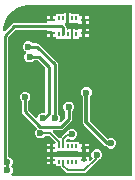
<source format=gbl>
G04*
G04 #@! TF.GenerationSoftware,Altium Limited,Altium Designer,21.6.4 (81)*
G04*
G04 Layer_Physical_Order=4*
G04 Layer_Color=16711680*
%FSLAX44Y44*%
%MOMM*%
G71*
G04*
G04 #@! TF.SameCoordinates,0B448374-6EB3-427F-B8DE-565289E3D6A4*
G04*
G04*
G04 #@! TF.FilePolarity,Positive*
G04*
G01*
G75*
%ADD10C,0.2500*%
%ADD12C,0.1500*%
%ADD40C,0.2540*%
%ADD41C,0.3000*%
%ADD42C,0.6000*%
%ADD43R,0.1800X0.4600*%
%ADD44R,0.4700X0.2600*%
G36*
X20742Y146573D02*
X16584Y144851D01*
X12841Y142350D01*
X9658Y139167D01*
X7158Y135424D01*
X5435Y131265D01*
X4557Y126851D01*
Y125310D01*
X5827Y124784D01*
X12025Y130983D01*
X12935Y131590D01*
X14008Y131804D01*
X41158D01*
Y133500D01*
X45508D01*
Y134500D01*
X46508D01*
Y137800D01*
X49608D01*
Y139600D01*
X56108D01*
Y140100D01*
X58008D01*
Y135800D01*
Y131500D01*
X57205D01*
X56679Y130230D01*
X57391Y129518D01*
X57998Y128609D01*
X58212Y127535D01*
Y126200D01*
X59608D01*
Y126700D01*
X61508D01*
Y122400D01*
Y118100D01*
X59608D01*
Y118600D01*
X49608D01*
Y120400D01*
X46508D01*
Y123700D01*
X45508D01*
Y124700D01*
X41158D01*
Y126196D01*
X15169D01*
X8562Y119588D01*
Y18500D01*
X8903D01*
X10557Y17815D01*
X11823Y16549D01*
X12508Y14895D01*
Y13105D01*
X11823Y11451D01*
X10872Y10500D01*
X11823Y9549D01*
X12508Y7895D01*
Y6105D01*
X11823Y4451D01*
X11191Y3819D01*
X11717Y2549D01*
X113459D01*
Y147451D01*
X25157D01*
X20742Y146573D01*
D02*
G37*
%LPC*%
G36*
X41158Y137800D02*
X44508D01*
Y135500D01*
X41158D01*
Y137800D01*
D02*
G37*
G36*
X73508D02*
X76858D01*
Y135500D01*
X73508D01*
Y137800D01*
D02*
G37*
G36*
X60008Y140100D02*
X61908D01*
Y139600D01*
X68408D01*
Y137800D01*
X71508D01*
Y134500D01*
Y131200D01*
X68158D01*
Y132000D01*
X61908D01*
Y131500D01*
X60008D01*
Y135800D01*
Y140100D01*
D02*
G37*
G36*
X73508Y133500D02*
X76858D01*
Y131200D01*
X73508D01*
Y133500D01*
D02*
G37*
G36*
Y127000D02*
X76858D01*
Y124700D01*
X73508D01*
Y127000D01*
D02*
G37*
G36*
X41158Y122700D02*
X44508D01*
Y120400D01*
X41158D01*
Y122700D01*
D02*
G37*
G36*
X73508D02*
X76858D01*
Y120400D01*
X73508D01*
Y122700D01*
D02*
G37*
G36*
X68158Y127000D02*
X71508D01*
Y123700D01*
Y120400D01*
X68408D01*
Y118600D01*
X65408D01*
Y118100D01*
X63508D01*
Y122400D01*
Y126700D01*
X65408D01*
Y126200D01*
X68158D01*
Y127000D01*
D02*
G37*
G36*
X24987Y116324D02*
X26778D01*
X28431Y115639D01*
X29422Y114649D01*
X33184D01*
X33184Y114649D01*
X34265Y114434D01*
X35181Y113821D01*
X35181Y113821D01*
X50005Y98997D01*
X50617Y98081D01*
X50832Y97000D01*
X50832Y97000D01*
Y54540D01*
X51823Y53549D01*
X52508Y51895D01*
Y50105D01*
X52066Y49038D01*
X52614Y47726D01*
X52744Y47608D01*
X53069Y47543D01*
X57184Y51658D01*
Y57285D01*
X56193Y58275D01*
X55508Y59929D01*
Y61719D01*
X56193Y63373D01*
X57459Y64639D01*
X59113Y65324D01*
X60903D01*
X62557Y64639D01*
X63823Y63373D01*
X64508Y61719D01*
Y59929D01*
X63823Y58275D01*
X62832Y57285D01*
Y50488D01*
X62832Y50488D01*
X62617Y49407D01*
X62005Y48491D01*
X55517Y42003D01*
X55517Y42003D01*
X54601Y41391D01*
X53520Y41176D01*
X53520Y41176D01*
X46968D01*
X46468Y39906D01*
X52009Y34365D01*
X53387Y34783D01*
X53389Y34793D01*
X53886Y35538D01*
X57064Y38716D01*
X57808Y39213D01*
X58609Y39372D01*
X58889Y40049D01*
X60155Y41315D01*
X61809Y42000D01*
X63599D01*
X65253Y41315D01*
X66519Y40049D01*
X67204Y38395D01*
Y36605D01*
X66519Y34951D01*
X65253Y33685D01*
X63599Y33000D01*
X61809D01*
X60155Y33685D01*
X59339Y34502D01*
X57802Y32965D01*
Y31400D01*
X68408D01*
Y29600D01*
X71508D01*
Y26300D01*
Y23000D01*
X68158D01*
Y23800D01*
X49858D01*
Y23000D01*
X46508D01*
Y26300D01*
Y29600D01*
X48489D01*
X49015Y30870D01*
X43542Y36343D01*
X39616D01*
X39511Y36088D01*
X38245Y34823D01*
X36591Y34137D01*
X34801D01*
X33147Y34823D01*
X31881Y36088D01*
X31196Y37742D01*
Y39533D01*
X31881Y41186D01*
X33147Y42452D01*
X33215Y42798D01*
X20990Y55024D01*
X20990Y55024D01*
X20378Y55940D01*
X20163Y57021D01*
Y65481D01*
X19193Y66451D01*
X18508Y68105D01*
Y69895D01*
X19193Y71549D01*
X20459Y72815D01*
X22113Y73500D01*
X23903D01*
X25557Y72815D01*
X26823Y71549D01*
X27508Y69895D01*
Y68105D01*
X26823Y66451D01*
X25811Y65439D01*
Y58191D01*
X32335Y51667D01*
X33624Y52175D01*
X34193Y53549D01*
X35459Y54815D01*
X37113Y55500D01*
X38903D01*
X39181Y55385D01*
X40184Y56388D01*
Y93830D01*
X33838Y100176D01*
X30548D01*
X29557Y99185D01*
X27903Y98500D01*
X26113D01*
X24459Y99185D01*
X23193Y100451D01*
X22508Y102105D01*
Y103895D01*
X23193Y105549D01*
X24002Y106358D01*
X23806Y107808D01*
X23801Y107816D01*
X23333Y108009D01*
X22068Y109275D01*
X21383Y110929D01*
Y112719D01*
X22068Y114373D01*
X23333Y115639D01*
X24987Y116324D01*
D02*
G37*
G36*
X74113Y77500D02*
X75903D01*
X77557Y76815D01*
X78823Y75549D01*
X79508Y73895D01*
Y72105D01*
X78823Y70451D01*
X78067Y69695D01*
Y49267D01*
X93362Y33971D01*
X94744Y34543D01*
X96534D01*
X98188Y33858D01*
X99454Y32592D01*
X100139Y30938D01*
Y29148D01*
X99454Y27494D01*
X98188Y26228D01*
X96534Y25543D01*
X94744D01*
X93090Y26228D01*
X91986Y27333D01*
X91603Y27409D01*
X90610Y28072D01*
X72845Y45837D01*
X72845Y45837D01*
X72182Y46830D01*
X71949Y48000D01*
X71949Y48000D01*
Y69695D01*
X71193Y70451D01*
X70508Y72105D01*
Y73895D01*
X71193Y75549D01*
X72459Y76815D01*
X74113Y77500D01*
D02*
G37*
G36*
X41158Y29600D02*
X44508D01*
Y27300D01*
X41158D01*
Y29600D01*
D02*
G37*
G36*
X73508D02*
X76858D01*
Y27300D01*
X73508D01*
Y29600D01*
D02*
G37*
G36*
X41158Y25300D02*
X44508D01*
Y23000D01*
X41158D01*
Y25300D01*
D02*
G37*
G36*
X73508D02*
X76858D01*
Y23000D01*
X73508D01*
Y25300D01*
D02*
G37*
G36*
X41158Y18800D02*
X44508D01*
Y16500D01*
X41158D01*
Y18800D01*
D02*
G37*
G36*
Y14500D02*
X44508D01*
Y12200D01*
X41158D01*
Y14500D01*
D02*
G37*
G36*
X82613Y24804D02*
X84403D01*
X86057Y24119D01*
X87323Y22853D01*
X88008Y21199D01*
Y19409D01*
X87323Y17755D01*
X86057Y16489D01*
X84853Y15990D01*
X84817Y15812D01*
X84320Y15067D01*
X74630Y5378D01*
X74630Y5378D01*
X73886Y4881D01*
X73008Y4706D01*
X73008Y4706D01*
X59008D01*
X58130Y4881D01*
X57386Y5378D01*
X53886Y8878D01*
X53886Y8878D01*
X53389Y9622D01*
X53234Y10400D01*
X49608D01*
Y12200D01*
X46508D01*
Y15500D01*
Y18800D01*
X49858D01*
Y18000D01*
X68158D01*
Y18800D01*
X71508D01*
Y15500D01*
X73508D01*
Y18800D01*
X76858D01*
Y15754D01*
X78031Y15268D01*
X80106Y17342D01*
X79693Y17755D01*
X79008Y19409D01*
Y21199D01*
X79693Y22853D01*
X80959Y24119D01*
X82613Y24804D01*
D02*
G37*
%LPD*%
G54D10*
X53944Y129000D02*
X14008D01*
X5758Y16250D02*
Y120750D01*
X14008Y129000D02*
X5758Y120750D01*
X8008Y14000D02*
X5758Y16250D01*
X8008Y7000D02*
Y14000D01*
X55408Y122500D02*
Y127535D01*
X53944Y129000D01*
X55508Y122400D02*
X55408Y122500D01*
G54D12*
X44492Y38637D02*
X34448D01*
X52008Y31121D02*
X44492Y38637D01*
X83508Y20304D02*
X82698Y19493D01*
Y16690D02*
X73008Y7000D01*
X82698Y16690D02*
Y19493D01*
X58686Y37094D02*
X55508Y33915D01*
Y27600D02*
Y33915D01*
X62704Y37500D02*
X62298Y37094D01*
X58686D01*
X52008Y27600D02*
Y31121D01*
X55508Y10500D02*
Y14200D01*
X59008Y7000D02*
X55508Y10500D01*
X73008Y7000D02*
X59008D01*
G54D40*
X22987Y57021D02*
Y68979D01*
X23008Y69000D02*
X22987Y68979D01*
X36008Y44000D02*
X22987Y57021D01*
X60008Y50488D02*
Y60824D01*
Y50488D02*
X53520Y44000D01*
X43008Y55218D02*
X38790Y51000D01*
X38008D01*
X43008Y55218D02*
Y95000D01*
X53520Y44000D02*
X36008D01*
X48008Y97000D02*
X33184Y111824D01*
X25882D01*
X43008Y95000D02*
X35008Y103000D01*
X27008D01*
X48008Y51000D02*
Y97000D01*
G54D41*
X72508Y15500D02*
Y26300D01*
X95448Y30235D02*
X92773D01*
X95639Y30043D02*
X95448Y30235D01*
X92773D02*
X75008Y48000D01*
Y73000D01*
X72508Y123700D02*
Y134500D01*
G54D42*
X23008Y69000D02*
D03*
X83508Y20304D02*
D03*
X62704Y37500D02*
D03*
X35696Y38637D02*
D03*
X60008Y60824D02*
D03*
X38008Y51000D02*
D03*
X25882Y111824D02*
D03*
X36008Y25812D02*
D03*
X75008Y105000D02*
D03*
X108008Y140000D02*
D03*
X109008Y73000D02*
D03*
X108008Y29000D02*
D03*
X100008Y6000D02*
D03*
X47008D02*
D03*
X17008Y38000D02*
D03*
X27008D02*
D03*
X43008Y113000D02*
D03*
X12008Y90000D02*
D03*
X22008D02*
D03*
X25008Y120000D02*
D03*
X20008Y139334D02*
D03*
X53008Y105000D02*
D03*
X89008Y119000D02*
D03*
X95639Y30043D02*
D03*
X59008Y71000D02*
D03*
X27008Y103000D02*
D03*
X48008Y51000D02*
D03*
X107008Y57000D02*
D03*
X8008Y7000D02*
D03*
Y14000D02*
D03*
X75008Y73000D02*
D03*
G54D43*
X52008Y27600D02*
D03*
Y14200D02*
D03*
X55508Y27600D02*
D03*
Y14200D02*
D03*
X59008Y27600D02*
D03*
Y14200D02*
D03*
X62508Y27600D02*
D03*
Y14200D02*
D03*
X66008Y27600D02*
D03*
Y14200D02*
D03*
Y122400D02*
D03*
Y135800D02*
D03*
X62508Y122400D02*
D03*
Y135800D02*
D03*
X59008Y122400D02*
D03*
Y135800D02*
D03*
X55508Y122400D02*
D03*
Y135800D02*
D03*
X52008Y122400D02*
D03*
Y135800D02*
D03*
G54D44*
X45508Y26300D02*
D03*
Y15500D02*
D03*
X72508Y26300D02*
D03*
Y15500D02*
D03*
Y123700D02*
D03*
Y134500D02*
D03*
X45508Y123700D02*
D03*
Y134500D02*
D03*
M02*

</source>
